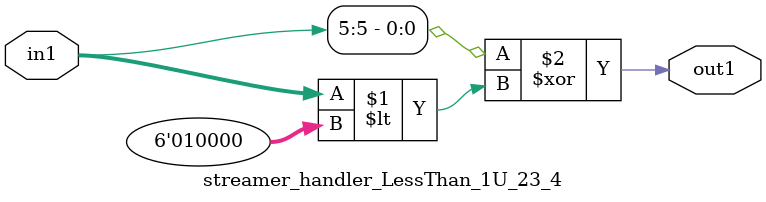
<source format=v>

`timescale 1ps / 1ps


module streamer_handler_LessThan_1U_23_4( in1, out1 );

    input [5:0] in1;
    output out1;

    
    // rtl_process:streamer_handler_LessThan_1U_23_4/streamer_handler_LessThan_1U_23_4_thread_1
    assign out1 = (in1[5] ^ in1 < 6'd16);

endmodule


</source>
